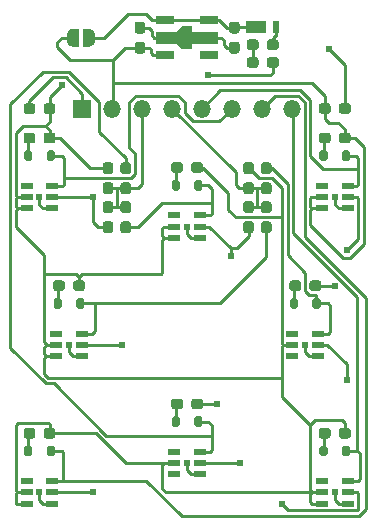
<source format=gbl>
G04 #@! TF.GenerationSoftware,KiCad,Pcbnew,(5.1.9-0-10_14)*
G04 #@! TF.CreationDate,2021-07-10T20:43:16+09:00*
G04 #@! TF.ProjectId,TouchController,546f7563-6843-46f6-9e74-726f6c6c6572,V1.0*
G04 #@! TF.SameCoordinates,Original*
G04 #@! TF.FileFunction,Copper,L2,Bot*
G04 #@! TF.FilePolarity,Positive*
%FSLAX46Y46*%
G04 Gerber Fmt 4.6, Leading zero omitted, Abs format (unit mm)*
G04 Created by KiCad (PCBNEW (5.1.9-0-10_14)) date 2021-07-10 20:43:16*
%MOMM*%
%LPD*%
G01*
G04 APERTURE LIST*
G04 #@! TA.AperFunction,SMDPad,CuDef*
%ADD10R,1.500000X0.700000*%
G04 #@! TD*
G04 #@! TA.AperFunction,SMDPad,CuDef*
%ADD11C,0.100000*%
G04 #@! TD*
G04 #@! TA.AperFunction,SMDPad,CuDef*
%ADD12R,1.060000X0.500000*%
G04 #@! TD*
G04 #@! TA.AperFunction,ComponentPad*
%ADD13R,1.500000X1.500000*%
G04 #@! TD*
G04 #@! TA.AperFunction,ComponentPad*
%ADD14O,1.500000X1.500000*%
G04 #@! TD*
G04 #@! TA.AperFunction,SMDPad,CuDef*
%ADD15R,0.600000X1.000000*%
G04 #@! TD*
G04 #@! TA.AperFunction,SMDPad,CuDef*
%ADD16R,1.800000X1.000000*%
G04 #@! TD*
G04 #@! TA.AperFunction,ViaPad*
%ADD17C,0.609600*%
G04 #@! TD*
G04 #@! TA.AperFunction,Conductor*
%ADD18C,0.254000*%
G04 #@! TD*
G04 APERTURE END LIST*
G04 #@! TA.AperFunction,SMDPad,CuDef*
G36*
G01*
X-600000Y-6225000D02*
X-600000Y-6775000D01*
G75*
G02*
X-775000Y-6950000I-175000J0D01*
G01*
X-1125000Y-6950000D01*
G75*
G02*
X-1300000Y-6775000I0J175000D01*
G01*
X-1300000Y-6225000D01*
G75*
G02*
X-1125000Y-6050000I175000J0D01*
G01*
X-775000Y-6050000D01*
G75*
G02*
X-600000Y-6225000I0J-175000D01*
G01*
G37*
G04 #@! TD.AperFunction*
G04 #@! TA.AperFunction,SMDPad,CuDef*
G36*
G01*
X1300000Y-6225000D02*
X1300000Y-6775000D01*
G75*
G02*
X1125000Y-6950000I-175000J0D01*
G01*
X775000Y-6950000D01*
G75*
G02*
X600000Y-6775000I0J175000D01*
G01*
X600000Y-6225000D01*
G75*
G02*
X775000Y-6050000I175000J0D01*
G01*
X1125000Y-6050000D01*
G75*
G02*
X1300000Y-6225000I0J-175000D01*
G01*
G37*
G04 #@! TD.AperFunction*
G04 #@! TA.AperFunction,SMDPad,CuDef*
G36*
G01*
X-10600000Y-16225000D02*
X-10600000Y-16775000D01*
G75*
G02*
X-10775000Y-16950000I-175000J0D01*
G01*
X-11125000Y-16950000D01*
G75*
G02*
X-11300000Y-16775000I0J175000D01*
G01*
X-11300000Y-16225000D01*
G75*
G02*
X-11125000Y-16050000I175000J0D01*
G01*
X-10775000Y-16050000D01*
G75*
G02*
X-10600000Y-16225000I0J-175000D01*
G01*
G37*
G04 #@! TD.AperFunction*
G04 #@! TA.AperFunction,SMDPad,CuDef*
G36*
G01*
X-8700000Y-16225000D02*
X-8700000Y-16775000D01*
G75*
G02*
X-8875000Y-16950000I-175000J0D01*
G01*
X-9225000Y-16950000D01*
G75*
G02*
X-9400000Y-16775000I0J175000D01*
G01*
X-9400000Y-16225000D01*
G75*
G02*
X-9225000Y-16050000I175000J0D01*
G01*
X-8875000Y-16050000D01*
G75*
G02*
X-8700000Y-16225000I0J-175000D01*
G01*
G37*
G04 #@! TD.AperFunction*
G04 #@! TA.AperFunction,SMDPad,CuDef*
G36*
G01*
X600000Y-26775000D02*
X600000Y-26225000D01*
G75*
G02*
X775000Y-26050000I175000J0D01*
G01*
X1125000Y-26050000D01*
G75*
G02*
X1300000Y-26225000I0J-175000D01*
G01*
X1300000Y-26775000D01*
G75*
G02*
X1125000Y-26950000I-175000J0D01*
G01*
X775000Y-26950000D01*
G75*
G02*
X600000Y-26775000I0J175000D01*
G01*
G37*
G04 #@! TD.AperFunction*
G04 #@! TA.AperFunction,SMDPad,CuDef*
G36*
G01*
X-1300000Y-26775000D02*
X-1300000Y-26225000D01*
G75*
G02*
X-1125000Y-26050000I175000J0D01*
G01*
X-775000Y-26050000D01*
G75*
G02*
X-600000Y-26225000I0J-175000D01*
G01*
X-600000Y-26775000D01*
G75*
G02*
X-775000Y-26950000I-175000J0D01*
G01*
X-1125000Y-26950000D01*
G75*
G02*
X-1300000Y-26775000I0J175000D01*
G01*
G37*
G04 #@! TD.AperFunction*
G04 #@! TA.AperFunction,SMDPad,CuDef*
G36*
G01*
X10600000Y-16775000D02*
X10600000Y-16225000D01*
G75*
G02*
X10775000Y-16050000I175000J0D01*
G01*
X11125000Y-16050000D01*
G75*
G02*
X11300000Y-16225000I0J-175000D01*
G01*
X11300000Y-16775000D01*
G75*
G02*
X11125000Y-16950000I-175000J0D01*
G01*
X10775000Y-16950000D01*
G75*
G02*
X10600000Y-16775000I0J175000D01*
G01*
G37*
G04 #@! TD.AperFunction*
G04 #@! TA.AperFunction,SMDPad,CuDef*
G36*
G01*
X8700000Y-16775000D02*
X8700000Y-16225000D01*
G75*
G02*
X8875000Y-16050000I175000J0D01*
G01*
X9225000Y-16050000D01*
G75*
G02*
X9400000Y-16225000I0J-175000D01*
G01*
X9400000Y-16775000D01*
G75*
G02*
X9225000Y-16950000I-175000J0D01*
G01*
X8875000Y-16950000D01*
G75*
G02*
X8700000Y-16775000I0J175000D01*
G01*
G37*
G04 #@! TD.AperFunction*
G04 #@! TA.AperFunction,SMDPad,CuDef*
G36*
G01*
X11900000Y-3725000D02*
X11900000Y-4275000D01*
G75*
G02*
X11725000Y-4450000I-175000J0D01*
G01*
X11375000Y-4450000D01*
G75*
G02*
X11200000Y-4275000I0J175000D01*
G01*
X11200000Y-3725000D01*
G75*
G02*
X11375000Y-3550000I175000J0D01*
G01*
X11725000Y-3550000D01*
G75*
G02*
X11900000Y-3725000I0J-175000D01*
G01*
G37*
G04 #@! TD.AperFunction*
G04 #@! TA.AperFunction,SMDPad,CuDef*
G36*
G01*
X13800000Y-3725000D02*
X13800000Y-4275000D01*
G75*
G02*
X13625000Y-4450000I-175000J0D01*
G01*
X13275000Y-4450000D01*
G75*
G02*
X13100000Y-4275000I0J175000D01*
G01*
X13100000Y-3725000D01*
G75*
G02*
X13275000Y-3550000I175000J0D01*
G01*
X13625000Y-3550000D01*
G75*
G02*
X13800000Y-3725000I0J-175000D01*
G01*
G37*
G04 #@! TD.AperFunction*
G04 #@! TA.AperFunction,SMDPad,CuDef*
G36*
G01*
X-13100000Y-3725000D02*
X-13100000Y-4275000D01*
G75*
G02*
X-13275000Y-4450000I-175000J0D01*
G01*
X-13625000Y-4450000D01*
G75*
G02*
X-13800000Y-4275000I0J175000D01*
G01*
X-13800000Y-3725000D01*
G75*
G02*
X-13625000Y-3550000I175000J0D01*
G01*
X-13275000Y-3550000D01*
G75*
G02*
X-13100000Y-3725000I0J-175000D01*
G01*
G37*
G04 #@! TD.AperFunction*
G04 #@! TA.AperFunction,SMDPad,CuDef*
G36*
G01*
X-11200000Y-3725000D02*
X-11200000Y-4275000D01*
G75*
G02*
X-11375000Y-4450000I-175000J0D01*
G01*
X-11725000Y-4450000D01*
G75*
G02*
X-11900000Y-4275000I0J175000D01*
G01*
X-11900000Y-3725000D01*
G75*
G02*
X-11725000Y-3550000I175000J0D01*
G01*
X-11375000Y-3550000D01*
G75*
G02*
X-11200000Y-3725000I0J-175000D01*
G01*
G37*
G04 #@! TD.AperFunction*
G04 #@! TA.AperFunction,SMDPad,CuDef*
G36*
G01*
X-13100000Y-28725000D02*
X-13100000Y-29275000D01*
G75*
G02*
X-13275000Y-29450000I-175000J0D01*
G01*
X-13625000Y-29450000D01*
G75*
G02*
X-13800000Y-29275000I0J175000D01*
G01*
X-13800000Y-28725000D01*
G75*
G02*
X-13625000Y-28550000I175000J0D01*
G01*
X-13275000Y-28550000D01*
G75*
G02*
X-13100000Y-28725000I0J-175000D01*
G01*
G37*
G04 #@! TD.AperFunction*
G04 #@! TA.AperFunction,SMDPad,CuDef*
G36*
G01*
X-11200000Y-28725000D02*
X-11200000Y-29275000D01*
G75*
G02*
X-11375000Y-29450000I-175000J0D01*
G01*
X-11725000Y-29450000D01*
G75*
G02*
X-11900000Y-29275000I0J175000D01*
G01*
X-11900000Y-28725000D01*
G75*
G02*
X-11725000Y-28550000I175000J0D01*
G01*
X-11375000Y-28550000D01*
G75*
G02*
X-11200000Y-28725000I0J-175000D01*
G01*
G37*
G04 #@! TD.AperFunction*
G04 #@! TA.AperFunction,SMDPad,CuDef*
G36*
G01*
X11900000Y-28725000D02*
X11900000Y-29275000D01*
G75*
G02*
X11725000Y-29450000I-175000J0D01*
G01*
X11375000Y-29450000D01*
G75*
G02*
X11200000Y-29275000I0J175000D01*
G01*
X11200000Y-28725000D01*
G75*
G02*
X11375000Y-28550000I175000J0D01*
G01*
X11725000Y-28550000D01*
G75*
G02*
X11900000Y-28725000I0J-175000D01*
G01*
G37*
G04 #@! TD.AperFunction*
G04 #@! TA.AperFunction,SMDPad,CuDef*
G36*
G01*
X13800000Y-28725000D02*
X13800000Y-29275000D01*
G75*
G02*
X13625000Y-29450000I-175000J0D01*
G01*
X13275000Y-29450000D01*
G75*
G02*
X13100000Y-29275000I0J175000D01*
G01*
X13100000Y-28725000D01*
G75*
G02*
X13275000Y-28550000I175000J0D01*
G01*
X13625000Y-28550000D01*
G75*
G02*
X13800000Y-28725000I0J-175000D01*
G01*
G37*
G04 #@! TD.AperFunction*
D10*
X-1850000Y7500000D03*
X-1850000Y4500000D03*
X1850000Y7500000D03*
X1850000Y4500000D03*
G04 #@! TA.AperFunction,SMDPad,CuDef*
D11*
G36*
X-900000Y5500000D02*
G01*
X-2600000Y5500000D01*
X-2600000Y6500000D01*
X-900000Y6500000D01*
X-400000Y7000000D01*
X400000Y7000000D01*
X400000Y6500000D01*
X2600000Y6500000D01*
X2600000Y5500000D01*
X400000Y5500000D01*
X400000Y5000000D01*
X-400000Y5000000D01*
X-900000Y5500000D01*
G37*
G04 #@! TD.AperFunction*
D12*
X-1100000Y-10000000D03*
X-1100000Y-9050000D03*
X-1100000Y-10950000D03*
X1100000Y-10950000D03*
X1100000Y-10000000D03*
X1100000Y-9050000D03*
X-11100000Y-20000000D03*
X-11100000Y-19050000D03*
X-11100000Y-20950000D03*
X-8900000Y-20950000D03*
X-8900000Y-20000000D03*
X-8900000Y-19050000D03*
X-1100000Y-30000000D03*
X-1100000Y-29050000D03*
X-1100000Y-30950000D03*
X1100000Y-30950000D03*
X1100000Y-30000000D03*
X1100000Y-29050000D03*
X8900000Y-20000000D03*
X8900000Y-19050000D03*
X8900000Y-20950000D03*
X11100000Y-20950000D03*
X11100000Y-20000000D03*
X11100000Y-19050000D03*
X11400000Y-7500000D03*
X11400000Y-6550000D03*
X11400000Y-8450000D03*
X13600000Y-8450000D03*
X13600000Y-7500000D03*
X13600000Y-6550000D03*
X-13600000Y-7500000D03*
X-13600000Y-6550000D03*
X-13600000Y-8450000D03*
X-11400000Y-8450000D03*
X-11400000Y-7500000D03*
X-11400000Y-6550000D03*
X-13600000Y-32500000D03*
X-13600000Y-31550000D03*
X-13600000Y-33450000D03*
X-11400000Y-33450000D03*
X-11400000Y-32500000D03*
X-11400000Y-31550000D03*
X11400000Y-32500000D03*
X11400000Y-31550000D03*
X11400000Y-33450000D03*
X13600000Y-33450000D03*
X13600000Y-32500000D03*
X13600000Y-31550000D03*
G04 #@! TA.AperFunction,SMDPad,CuDef*
G36*
G01*
X-6475000Y-10550000D02*
X-6925000Y-10550000D01*
G75*
G02*
X-7150000Y-10325000I0J225000D01*
G01*
X-7150000Y-9775000D01*
G75*
G02*
X-6925000Y-9550000I225000J0D01*
G01*
X-6475000Y-9550000D01*
G75*
G02*
X-6250000Y-9775000I0J-225000D01*
G01*
X-6250000Y-10325000D01*
G75*
G02*
X-6475000Y-10550000I-225000J0D01*
G01*
G37*
G04 #@! TD.AperFunction*
G04 #@! TA.AperFunction,SMDPad,CuDef*
G36*
G01*
X-6475000Y-8850000D02*
X-6925000Y-8850000D01*
G75*
G02*
X-7150000Y-8625000I0J225000D01*
G01*
X-7150000Y-8075000D01*
G75*
G02*
X-6925000Y-7850000I225000J0D01*
G01*
X-6475000Y-7850000D01*
G75*
G02*
X-6250000Y-8075000I0J-225000D01*
G01*
X-6250000Y-8625000D01*
G75*
G02*
X-6475000Y-8850000I-225000J0D01*
G01*
G37*
G04 #@! TD.AperFunction*
G04 #@! TA.AperFunction,SMDPad,CuDef*
G36*
G01*
X-6475000Y-7250000D02*
X-6925000Y-7250000D01*
G75*
G02*
X-7150000Y-7025000I0J225000D01*
G01*
X-7150000Y-6475000D01*
G75*
G02*
X-6925000Y-6250000I225000J0D01*
G01*
X-6475000Y-6250000D01*
G75*
G02*
X-6250000Y-6475000I0J-225000D01*
G01*
X-6250000Y-7025000D01*
G75*
G02*
X-6475000Y-7250000I-225000J0D01*
G01*
G37*
G04 #@! TD.AperFunction*
G04 #@! TA.AperFunction,SMDPad,CuDef*
G36*
G01*
X-6475000Y-5550000D02*
X-6925000Y-5550000D01*
G75*
G02*
X-7150000Y-5325000I0J225000D01*
G01*
X-7150000Y-4775000D01*
G75*
G02*
X-6925000Y-4550000I225000J0D01*
G01*
X-6475000Y-4550000D01*
G75*
G02*
X-6250000Y-4775000I0J-225000D01*
G01*
X-6250000Y-5325000D01*
G75*
G02*
X-6475000Y-5550000I-225000J0D01*
G01*
G37*
G04 #@! TD.AperFunction*
G04 #@! TA.AperFunction,SMDPad,CuDef*
G36*
G01*
X-4975000Y-10550000D02*
X-5425000Y-10550000D01*
G75*
G02*
X-5650000Y-10325000I0J225000D01*
G01*
X-5650000Y-9775000D01*
G75*
G02*
X-5425000Y-9550000I225000J0D01*
G01*
X-4975000Y-9550000D01*
G75*
G02*
X-4750000Y-9775000I0J-225000D01*
G01*
X-4750000Y-10325000D01*
G75*
G02*
X-4975000Y-10550000I-225000J0D01*
G01*
G37*
G04 #@! TD.AperFunction*
G04 #@! TA.AperFunction,SMDPad,CuDef*
G36*
G01*
X-4975000Y-8850000D02*
X-5425000Y-8850000D01*
G75*
G02*
X-5650000Y-8625000I0J225000D01*
G01*
X-5650000Y-8075000D01*
G75*
G02*
X-5425000Y-7850000I225000J0D01*
G01*
X-4975000Y-7850000D01*
G75*
G02*
X-4750000Y-8075000I0J-225000D01*
G01*
X-4750000Y-8625000D01*
G75*
G02*
X-4975000Y-8850000I-225000J0D01*
G01*
G37*
G04 #@! TD.AperFunction*
G04 #@! TA.AperFunction,SMDPad,CuDef*
G36*
G01*
X-4975000Y-7250000D02*
X-5425000Y-7250000D01*
G75*
G02*
X-5650000Y-7025000I0J225000D01*
G01*
X-5650000Y-6475000D01*
G75*
G02*
X-5425000Y-6250000I225000J0D01*
G01*
X-4975000Y-6250000D01*
G75*
G02*
X-4750000Y-6475000I0J-225000D01*
G01*
X-4750000Y-7025000D01*
G75*
G02*
X-4975000Y-7250000I-225000J0D01*
G01*
G37*
G04 #@! TD.AperFunction*
G04 #@! TA.AperFunction,SMDPad,CuDef*
G36*
G01*
X-4975000Y-5550000D02*
X-5425000Y-5550000D01*
G75*
G02*
X-5650000Y-5325000I0J225000D01*
G01*
X-5650000Y-4775000D01*
G75*
G02*
X-5425000Y-4550000I225000J0D01*
G01*
X-4975000Y-4550000D01*
G75*
G02*
X-4750000Y-4775000I0J-225000D01*
G01*
X-4750000Y-5325000D01*
G75*
G02*
X-4975000Y-5550000I-225000J0D01*
G01*
G37*
G04 #@! TD.AperFunction*
G04 #@! TA.AperFunction,SMDPad,CuDef*
G36*
G01*
X5425000Y-10550000D02*
X4975000Y-10550000D01*
G75*
G02*
X4750000Y-10325000I0J225000D01*
G01*
X4750000Y-9775000D01*
G75*
G02*
X4975000Y-9550000I225000J0D01*
G01*
X5425000Y-9550000D01*
G75*
G02*
X5650000Y-9775000I0J-225000D01*
G01*
X5650000Y-10325000D01*
G75*
G02*
X5425000Y-10550000I-225000J0D01*
G01*
G37*
G04 #@! TD.AperFunction*
G04 #@! TA.AperFunction,SMDPad,CuDef*
G36*
G01*
X5425000Y-8850000D02*
X4975000Y-8850000D01*
G75*
G02*
X4750000Y-8625000I0J225000D01*
G01*
X4750000Y-8075000D01*
G75*
G02*
X4975000Y-7850000I225000J0D01*
G01*
X5425000Y-7850000D01*
G75*
G02*
X5650000Y-8075000I0J-225000D01*
G01*
X5650000Y-8625000D01*
G75*
G02*
X5425000Y-8850000I-225000J0D01*
G01*
G37*
G04 #@! TD.AperFunction*
G04 #@! TA.AperFunction,SMDPad,CuDef*
G36*
G01*
X5425000Y-7250000D02*
X4975000Y-7250000D01*
G75*
G02*
X4750000Y-7025000I0J225000D01*
G01*
X4750000Y-6475000D01*
G75*
G02*
X4975000Y-6250000I225000J0D01*
G01*
X5425000Y-6250000D01*
G75*
G02*
X5650000Y-6475000I0J-225000D01*
G01*
X5650000Y-7025000D01*
G75*
G02*
X5425000Y-7250000I-225000J0D01*
G01*
G37*
G04 #@! TD.AperFunction*
G04 #@! TA.AperFunction,SMDPad,CuDef*
G36*
G01*
X5425000Y-5550000D02*
X4975000Y-5550000D01*
G75*
G02*
X4750000Y-5325000I0J225000D01*
G01*
X4750000Y-4775000D01*
G75*
G02*
X4975000Y-4550000I225000J0D01*
G01*
X5425000Y-4550000D01*
G75*
G02*
X5650000Y-4775000I0J-225000D01*
G01*
X5650000Y-5325000D01*
G75*
G02*
X5425000Y-5550000I-225000J0D01*
G01*
G37*
G04 #@! TD.AperFunction*
G04 #@! TA.AperFunction,SMDPad,CuDef*
G36*
G01*
X6925000Y-10550000D02*
X6475000Y-10550000D01*
G75*
G02*
X6250000Y-10325000I0J225000D01*
G01*
X6250000Y-9775000D01*
G75*
G02*
X6475000Y-9550000I225000J0D01*
G01*
X6925000Y-9550000D01*
G75*
G02*
X7150000Y-9775000I0J-225000D01*
G01*
X7150000Y-10325000D01*
G75*
G02*
X6925000Y-10550000I-225000J0D01*
G01*
G37*
G04 #@! TD.AperFunction*
G04 #@! TA.AperFunction,SMDPad,CuDef*
G36*
G01*
X6925000Y-8850000D02*
X6475000Y-8850000D01*
G75*
G02*
X6250000Y-8625000I0J225000D01*
G01*
X6250000Y-8075000D01*
G75*
G02*
X6475000Y-7850000I225000J0D01*
G01*
X6925000Y-7850000D01*
G75*
G02*
X7150000Y-8075000I0J-225000D01*
G01*
X7150000Y-8625000D01*
G75*
G02*
X6925000Y-8850000I-225000J0D01*
G01*
G37*
G04 #@! TD.AperFunction*
G04 #@! TA.AperFunction,SMDPad,CuDef*
G36*
G01*
X6925000Y-7250000D02*
X6475000Y-7250000D01*
G75*
G02*
X6250000Y-7025000I0J225000D01*
G01*
X6250000Y-6475000D01*
G75*
G02*
X6475000Y-6250000I225000J0D01*
G01*
X6925000Y-6250000D01*
G75*
G02*
X7150000Y-6475000I0J-225000D01*
G01*
X7150000Y-7025000D01*
G75*
G02*
X6925000Y-7250000I-225000J0D01*
G01*
G37*
G04 #@! TD.AperFunction*
G04 #@! TA.AperFunction,SMDPad,CuDef*
G36*
G01*
X6925000Y-5550000D02*
X6475000Y-5550000D01*
G75*
G02*
X6250000Y-5325000I0J225000D01*
G01*
X6250000Y-4775000D01*
G75*
G02*
X6475000Y-4550000I225000J0D01*
G01*
X6925000Y-4550000D01*
G75*
G02*
X7150000Y-4775000I0J-225000D01*
G01*
X7150000Y-5325000D01*
G75*
G02*
X6925000Y-5550000I-225000J0D01*
G01*
G37*
G04 #@! TD.AperFunction*
G04 #@! TA.AperFunction,SMDPad,CuDef*
G36*
G01*
X1350000Y-4775000D02*
X1350000Y-5225000D01*
G75*
G02*
X1125000Y-5450000I-225000J0D01*
G01*
X575000Y-5450000D01*
G75*
G02*
X350000Y-5225000I0J225000D01*
G01*
X350000Y-4775000D01*
G75*
G02*
X575000Y-4550000I225000J0D01*
G01*
X1125000Y-4550000D01*
G75*
G02*
X1350000Y-4775000I0J-225000D01*
G01*
G37*
G04 #@! TD.AperFunction*
G04 #@! TA.AperFunction,SMDPad,CuDef*
G36*
G01*
X-350000Y-4775000D02*
X-350000Y-5225000D01*
G75*
G02*
X-575000Y-5450000I-225000J0D01*
G01*
X-1125000Y-5450000D01*
G75*
G02*
X-1350000Y-5225000I0J225000D01*
G01*
X-1350000Y-4775000D01*
G75*
G02*
X-1125000Y-4550000I225000J0D01*
G01*
X-575000Y-4550000D01*
G75*
G02*
X-350000Y-4775000I0J-225000D01*
G01*
G37*
G04 #@! TD.AperFunction*
G04 #@! TA.AperFunction,SMDPad,CuDef*
G36*
G01*
X-8650000Y-14775000D02*
X-8650000Y-15225000D01*
G75*
G02*
X-8875000Y-15450000I-225000J0D01*
G01*
X-9425000Y-15450000D01*
G75*
G02*
X-9650000Y-15225000I0J225000D01*
G01*
X-9650000Y-14775000D01*
G75*
G02*
X-9425000Y-14550000I225000J0D01*
G01*
X-8875000Y-14550000D01*
G75*
G02*
X-8650000Y-14775000I0J-225000D01*
G01*
G37*
G04 #@! TD.AperFunction*
G04 #@! TA.AperFunction,SMDPad,CuDef*
G36*
G01*
X-10350000Y-14775000D02*
X-10350000Y-15225000D01*
G75*
G02*
X-10575000Y-15450000I-225000J0D01*
G01*
X-11125000Y-15450000D01*
G75*
G02*
X-11350000Y-15225000I0J225000D01*
G01*
X-11350000Y-14775000D01*
G75*
G02*
X-11125000Y-14550000I225000J0D01*
G01*
X-10575000Y-14550000D01*
G75*
G02*
X-10350000Y-14775000I0J-225000D01*
G01*
G37*
G04 #@! TD.AperFunction*
G04 #@! TA.AperFunction,SMDPad,CuDef*
G36*
G01*
X1350000Y-24775000D02*
X1350000Y-25225000D01*
G75*
G02*
X1125000Y-25450000I-225000J0D01*
G01*
X575000Y-25450000D01*
G75*
G02*
X350000Y-25225000I0J225000D01*
G01*
X350000Y-24775000D01*
G75*
G02*
X575000Y-24550000I225000J0D01*
G01*
X1125000Y-24550000D01*
G75*
G02*
X1350000Y-24775000I0J-225000D01*
G01*
G37*
G04 #@! TD.AperFunction*
G04 #@! TA.AperFunction,SMDPad,CuDef*
G36*
G01*
X-350000Y-24775000D02*
X-350000Y-25225000D01*
G75*
G02*
X-575000Y-25450000I-225000J0D01*
G01*
X-1125000Y-25450000D01*
G75*
G02*
X-1350000Y-25225000I0J225000D01*
G01*
X-1350000Y-24775000D01*
G75*
G02*
X-1125000Y-24550000I225000J0D01*
G01*
X-575000Y-24550000D01*
G75*
G02*
X-350000Y-24775000I0J-225000D01*
G01*
G37*
G04 #@! TD.AperFunction*
G04 #@! TA.AperFunction,SMDPad,CuDef*
G36*
G01*
X11350000Y-14775000D02*
X11350000Y-15225000D01*
G75*
G02*
X11125000Y-15450000I-225000J0D01*
G01*
X10575000Y-15450000D01*
G75*
G02*
X10350000Y-15225000I0J225000D01*
G01*
X10350000Y-14775000D01*
G75*
G02*
X10575000Y-14550000I225000J0D01*
G01*
X11125000Y-14550000D01*
G75*
G02*
X11350000Y-14775000I0J-225000D01*
G01*
G37*
G04 #@! TD.AperFunction*
G04 #@! TA.AperFunction,SMDPad,CuDef*
G36*
G01*
X9650000Y-14775000D02*
X9650000Y-15225000D01*
G75*
G02*
X9425000Y-15450000I-225000J0D01*
G01*
X8875000Y-15450000D01*
G75*
G02*
X8650000Y-15225000I0J225000D01*
G01*
X8650000Y-14775000D01*
G75*
G02*
X8875000Y-14550000I225000J0D01*
G01*
X9425000Y-14550000D01*
G75*
G02*
X9650000Y-14775000I0J-225000D01*
G01*
G37*
G04 #@! TD.AperFunction*
G04 #@! TA.AperFunction,SMDPad,CuDef*
G36*
G01*
X13850000Y-2275000D02*
X13850000Y-2725000D01*
G75*
G02*
X13625000Y-2950000I-225000J0D01*
G01*
X13075000Y-2950000D01*
G75*
G02*
X12850000Y-2725000I0J225000D01*
G01*
X12850000Y-2275000D01*
G75*
G02*
X13075000Y-2050000I225000J0D01*
G01*
X13625000Y-2050000D01*
G75*
G02*
X13850000Y-2275000I0J-225000D01*
G01*
G37*
G04 #@! TD.AperFunction*
G04 #@! TA.AperFunction,SMDPad,CuDef*
G36*
G01*
X12150000Y-2275000D02*
X12150000Y-2725000D01*
G75*
G02*
X11925000Y-2950000I-225000J0D01*
G01*
X11375000Y-2950000D01*
G75*
G02*
X11150000Y-2725000I0J225000D01*
G01*
X11150000Y-2275000D01*
G75*
G02*
X11375000Y-2050000I225000J0D01*
G01*
X11925000Y-2050000D01*
G75*
G02*
X12150000Y-2275000I0J-225000D01*
G01*
G37*
G04 #@! TD.AperFunction*
G04 #@! TA.AperFunction,SMDPad,CuDef*
G36*
G01*
X-11150000Y-2275000D02*
X-11150000Y-2725000D01*
G75*
G02*
X-11375000Y-2950000I-225000J0D01*
G01*
X-11925000Y-2950000D01*
G75*
G02*
X-12150000Y-2725000I0J225000D01*
G01*
X-12150000Y-2275000D01*
G75*
G02*
X-11925000Y-2050000I225000J0D01*
G01*
X-11375000Y-2050000D01*
G75*
G02*
X-11150000Y-2275000I0J-225000D01*
G01*
G37*
G04 #@! TD.AperFunction*
G04 #@! TA.AperFunction,SMDPad,CuDef*
G36*
G01*
X-12850000Y-2275000D02*
X-12850000Y-2725000D01*
G75*
G02*
X-13075000Y-2950000I-225000J0D01*
G01*
X-13625000Y-2950000D01*
G75*
G02*
X-13850000Y-2725000I0J225000D01*
G01*
X-13850000Y-2275000D01*
G75*
G02*
X-13625000Y-2050000I225000J0D01*
G01*
X-13075000Y-2050000D01*
G75*
G02*
X-12850000Y-2275000I0J-225000D01*
G01*
G37*
G04 #@! TD.AperFunction*
G04 #@! TA.AperFunction,SMDPad,CuDef*
G36*
G01*
X-11150000Y-27275000D02*
X-11150000Y-27725000D01*
G75*
G02*
X-11375000Y-27950000I-225000J0D01*
G01*
X-11925000Y-27950000D01*
G75*
G02*
X-12150000Y-27725000I0J225000D01*
G01*
X-12150000Y-27275000D01*
G75*
G02*
X-11925000Y-27050000I225000J0D01*
G01*
X-11375000Y-27050000D01*
G75*
G02*
X-11150000Y-27275000I0J-225000D01*
G01*
G37*
G04 #@! TD.AperFunction*
G04 #@! TA.AperFunction,SMDPad,CuDef*
G36*
G01*
X-12850000Y-27275000D02*
X-12850000Y-27725000D01*
G75*
G02*
X-13075000Y-27950000I-225000J0D01*
G01*
X-13625000Y-27950000D01*
G75*
G02*
X-13850000Y-27725000I0J225000D01*
G01*
X-13850000Y-27275000D01*
G75*
G02*
X-13625000Y-27050000I225000J0D01*
G01*
X-13075000Y-27050000D01*
G75*
G02*
X-12850000Y-27275000I0J-225000D01*
G01*
G37*
G04 #@! TD.AperFunction*
G04 #@! TA.AperFunction,SMDPad,CuDef*
G36*
G01*
X13850000Y-27275000D02*
X13850000Y-27725000D01*
G75*
G02*
X13625000Y-27950000I-225000J0D01*
G01*
X13075000Y-27950000D01*
G75*
G02*
X12850000Y-27725000I0J225000D01*
G01*
X12850000Y-27275000D01*
G75*
G02*
X13075000Y-27050000I225000J0D01*
G01*
X13625000Y-27050000D01*
G75*
G02*
X13850000Y-27275000I0J-225000D01*
G01*
G37*
G04 #@! TD.AperFunction*
G04 #@! TA.AperFunction,SMDPad,CuDef*
G36*
G01*
X12150000Y-27275000D02*
X12150000Y-27725000D01*
G75*
G02*
X11925000Y-27950000I-225000J0D01*
G01*
X11375000Y-27950000D01*
G75*
G02*
X11150000Y-27725000I0J225000D01*
G01*
X11150000Y-27275000D01*
G75*
G02*
X11375000Y-27050000I225000J0D01*
G01*
X11925000Y-27050000D01*
G75*
G02*
X12150000Y-27275000I0J-225000D01*
G01*
G37*
G04 #@! TD.AperFunction*
G04 #@! TA.AperFunction,SMDPad,CuDef*
G36*
G01*
X5050000Y5175000D02*
X5050000Y5625000D01*
G75*
G02*
X5275000Y5850000I225000J0D01*
G01*
X5825000Y5850000D01*
G75*
G02*
X6050000Y5625000I0J-225000D01*
G01*
X6050000Y5175000D01*
G75*
G02*
X5825000Y4950000I-225000J0D01*
G01*
X5275000Y4950000D01*
G75*
G02*
X5050000Y5175000I0J225000D01*
G01*
G37*
G04 #@! TD.AperFunction*
G04 #@! TA.AperFunction,SMDPad,CuDef*
G36*
G01*
X6750000Y5175000D02*
X6750000Y5625000D01*
G75*
G02*
X6975000Y5850000I225000J0D01*
G01*
X7525000Y5850000D01*
G75*
G02*
X7750000Y5625000I0J-225000D01*
G01*
X7750000Y5175000D01*
G75*
G02*
X7525000Y4950000I-225000J0D01*
G01*
X6975000Y4950000D01*
G75*
G02*
X6750000Y5175000I0J225000D01*
G01*
G37*
G04 #@! TD.AperFunction*
G04 #@! TA.AperFunction,SMDPad,CuDef*
D11*
G36*
X-8825000Y6750000D02*
G01*
X-8325000Y6750000D01*
X-8325000Y6749398D01*
X-8300466Y6749398D01*
X-8251635Y6744588D01*
X-8203510Y6735016D01*
X-8156555Y6720772D01*
X-8111222Y6701995D01*
X-8067949Y6678864D01*
X-8027150Y6651604D01*
X-7989221Y6620476D01*
X-7954524Y6585779D01*
X-7923396Y6547850D01*
X-7896136Y6507051D01*
X-7873005Y6463778D01*
X-7854228Y6418445D01*
X-7839984Y6371490D01*
X-7830412Y6323365D01*
X-7825602Y6274534D01*
X-7825602Y6250000D01*
X-7825000Y6250000D01*
X-7825000Y5750000D01*
X-7825602Y5750000D01*
X-7825602Y5725466D01*
X-7830412Y5676635D01*
X-7839984Y5628510D01*
X-7854228Y5581555D01*
X-7873005Y5536222D01*
X-7896136Y5492949D01*
X-7923396Y5452150D01*
X-7954524Y5414221D01*
X-7989221Y5379524D01*
X-8027150Y5348396D01*
X-8067949Y5321136D01*
X-8111222Y5298005D01*
X-8156555Y5279228D01*
X-8203510Y5264984D01*
X-8251635Y5255412D01*
X-8300466Y5250602D01*
X-8325000Y5250602D01*
X-8325000Y5250000D01*
X-8825000Y5250000D01*
X-8825000Y6750000D01*
G37*
G04 #@! TD.AperFunction*
G04 #@! TA.AperFunction,SMDPad,CuDef*
G36*
X-9675000Y5250602D02*
G01*
X-9699534Y5250602D01*
X-9748365Y5255412D01*
X-9796490Y5264984D01*
X-9843445Y5279228D01*
X-9888778Y5298005D01*
X-9932051Y5321136D01*
X-9972850Y5348396D01*
X-10010779Y5379524D01*
X-10045476Y5414221D01*
X-10076604Y5452150D01*
X-10103864Y5492949D01*
X-10126995Y5536222D01*
X-10145772Y5581555D01*
X-10160016Y5628510D01*
X-10169588Y5676635D01*
X-10174398Y5725466D01*
X-10174398Y5750000D01*
X-10175000Y5750000D01*
X-10175000Y6250000D01*
X-10174398Y6250000D01*
X-10174398Y6274534D01*
X-10169588Y6323365D01*
X-10160016Y6371490D01*
X-10145772Y6418445D01*
X-10126995Y6463778D01*
X-10103864Y6507051D01*
X-10076604Y6547850D01*
X-10045476Y6585779D01*
X-10010779Y6620476D01*
X-9972850Y6651604D01*
X-9932051Y6678864D01*
X-9888778Y6701995D01*
X-9843445Y6720772D01*
X-9796490Y6735016D01*
X-9748365Y6744588D01*
X-9699534Y6749398D01*
X-9675000Y6749398D01*
X-9675000Y6750000D01*
X-9175000Y6750000D01*
X-9175000Y5250000D01*
X-9675000Y5250000D01*
X-9675000Y5250602D01*
G37*
G04 #@! TD.AperFunction*
D13*
X-8890000Y0D03*
D14*
X-6350000Y0D03*
X-3810000Y0D03*
X-1270000Y0D03*
X1270000Y0D03*
X3810000Y0D03*
X6350000Y0D03*
X8890000Y0D03*
G04 #@! TA.AperFunction,SMDPad,CuDef*
G36*
G01*
X5050000Y3675000D02*
X5050000Y4125000D01*
G75*
G02*
X5275000Y4350000I225000J0D01*
G01*
X5825000Y4350000D01*
G75*
G02*
X6050000Y4125000I0J-225000D01*
G01*
X6050000Y3675000D01*
G75*
G02*
X5825000Y3450000I-225000J0D01*
G01*
X5275000Y3450000D01*
G75*
G02*
X5050000Y3675000I0J225000D01*
G01*
G37*
G04 #@! TD.AperFunction*
G04 #@! TA.AperFunction,SMDPad,CuDef*
G36*
G01*
X6750000Y3675000D02*
X6750000Y4125000D01*
G75*
G02*
X6975000Y4350000I225000J0D01*
G01*
X7525000Y4350000D01*
G75*
G02*
X7750000Y4125000I0J-225000D01*
G01*
X7750000Y3675000D01*
G75*
G02*
X7525000Y3450000I-225000J0D01*
G01*
X6975000Y3450000D01*
G75*
G02*
X6750000Y3675000I0J225000D01*
G01*
G37*
G04 #@! TD.AperFunction*
D15*
X7550000Y6900000D03*
D16*
X5850000Y6900000D03*
G04 #@! TA.AperFunction,SMDPad,CuDef*
G36*
G01*
X-3775000Y4650000D02*
X-4225000Y4650000D01*
G75*
G02*
X-4450000Y4875000I0J225000D01*
G01*
X-4450000Y5425000D01*
G75*
G02*
X-4225000Y5650000I225000J0D01*
G01*
X-3775000Y5650000D01*
G75*
G02*
X-3550000Y5425000I0J-225000D01*
G01*
X-3550000Y4875000D01*
G75*
G02*
X-3775000Y4650000I-225000J0D01*
G01*
G37*
G04 #@! TD.AperFunction*
G04 #@! TA.AperFunction,SMDPad,CuDef*
G36*
G01*
X-3775000Y6350000D02*
X-4225000Y6350000D01*
G75*
G02*
X-4450000Y6575000I0J225000D01*
G01*
X-4450000Y7125000D01*
G75*
G02*
X-4225000Y7350000I225000J0D01*
G01*
X-3775000Y7350000D01*
G75*
G02*
X-3550000Y7125000I0J-225000D01*
G01*
X-3550000Y6575000D01*
G75*
G02*
X-3775000Y6350000I-225000J0D01*
G01*
G37*
G04 #@! TD.AperFunction*
G04 #@! TA.AperFunction,SMDPad,CuDef*
G36*
G01*
X3775000Y7350000D02*
X4225000Y7350000D01*
G75*
G02*
X4450000Y7125000I0J-225000D01*
G01*
X4450000Y6575000D01*
G75*
G02*
X4225000Y6350000I-225000J0D01*
G01*
X3775000Y6350000D01*
G75*
G02*
X3550000Y6575000I0J225000D01*
G01*
X3550000Y7125000D01*
G75*
G02*
X3775000Y7350000I225000J0D01*
G01*
G37*
G04 #@! TD.AperFunction*
G04 #@! TA.AperFunction,SMDPad,CuDef*
G36*
G01*
X3775000Y5650000D02*
X4225000Y5650000D01*
G75*
G02*
X4450000Y5425000I0J-225000D01*
G01*
X4450000Y4875000D01*
G75*
G02*
X4225000Y4650000I-225000J0D01*
G01*
X3775000Y4650000D01*
G75*
G02*
X3550000Y4875000I0J225000D01*
G01*
X3550000Y5425000D01*
G75*
G02*
X3775000Y5650000I225000J0D01*
G01*
G37*
G04 #@! TD.AperFunction*
G04 #@! TA.AperFunction,SMDPad,CuDef*
G36*
G01*
X-11150000Y225000D02*
X-11150000Y-225000D01*
G75*
G02*
X-11375000Y-450000I-225000J0D01*
G01*
X-11925000Y-450000D01*
G75*
G02*
X-12150000Y-225000I0J225000D01*
G01*
X-12150000Y225000D01*
G75*
G02*
X-11925000Y450000I225000J0D01*
G01*
X-11375000Y450000D01*
G75*
G02*
X-11150000Y225000I0J-225000D01*
G01*
G37*
G04 #@! TD.AperFunction*
G04 #@! TA.AperFunction,SMDPad,CuDef*
G36*
G01*
X-12850000Y225000D02*
X-12850000Y-225000D01*
G75*
G02*
X-13075000Y-450000I-225000J0D01*
G01*
X-13625000Y-450000D01*
G75*
G02*
X-13850000Y-225000I0J225000D01*
G01*
X-13850000Y225000D01*
G75*
G02*
X-13625000Y450000I225000J0D01*
G01*
X-13075000Y450000D01*
G75*
G02*
X-12850000Y225000I0J-225000D01*
G01*
G37*
G04 #@! TD.AperFunction*
G04 #@! TA.AperFunction,SMDPad,CuDef*
G36*
G01*
X11150000Y-225000D02*
X11150000Y225000D01*
G75*
G02*
X11375000Y450000I225000J0D01*
G01*
X11925000Y450000D01*
G75*
G02*
X12150000Y225000I0J-225000D01*
G01*
X12150000Y-225000D01*
G75*
G02*
X11925000Y-450000I-225000J0D01*
G01*
X11375000Y-450000D01*
G75*
G02*
X11150000Y-225000I0J225000D01*
G01*
G37*
G04 #@! TD.AperFunction*
G04 #@! TA.AperFunction,SMDPad,CuDef*
G36*
G01*
X12850000Y-225000D02*
X12850000Y225000D01*
G75*
G02*
X13075000Y450000I225000J0D01*
G01*
X13625000Y450000D01*
G75*
G02*
X13850000Y225000I0J-225000D01*
G01*
X13850000Y-225000D01*
G75*
G02*
X13625000Y-450000I-225000J0D01*
G01*
X13075000Y-450000D01*
G75*
G02*
X12850000Y-225000I0J225000D01*
G01*
G37*
G04 #@! TD.AperFunction*
D17*
X-10600000Y2000000D03*
X8000000Y-33500000D03*
X4500000Y-30000000D03*
X-8000000Y-32500000D03*
X-5500000Y-20000000D03*
X-8000000Y-7500000D03*
X13500000Y-12000000D03*
X13500000Y-23000000D03*
X2500000Y-25000000D03*
X12500000Y-15000000D03*
X3700000Y-12500000D03*
X12000000Y5000000D03*
X1800000Y2800000D03*
X12500000Y-32500000D03*
X-12500000Y-32500000D03*
X-12500000Y-7500000D03*
X12500000Y-7500000D03*
X10000000Y-20000000D03*
X0Y-30000000D03*
X-10000000Y-20000000D03*
X0Y-10000000D03*
D18*
X-13600000Y-33450000D02*
X-14450000Y-33450000D01*
X-14450000Y-33450000D02*
X-14500000Y-33400000D01*
X-14500000Y-33400000D02*
X-14500000Y-32600000D01*
X-14400000Y-32500000D02*
X-14500000Y-32600000D01*
X-13600000Y-32500000D02*
X-14400000Y-32500000D01*
X-11650000Y-27500000D02*
X-11650000Y-26750000D01*
X-11650000Y-26750000D02*
X-11800000Y-26600000D01*
X-11800000Y-26600000D02*
X-14300000Y-26600000D01*
X-14400000Y-32500000D02*
X-14500000Y-32400000D01*
X-14500000Y-26800000D02*
X-14300000Y-26600000D01*
X-14500000Y-32400000D02*
X-14500000Y-26800000D01*
X-11650000Y-27500000D02*
X-7700000Y-27500000D01*
X-5200000Y-30000000D02*
X-1100000Y-30000000D01*
X-7700000Y-27500000D02*
X-5200000Y-30000000D01*
X-1100000Y-30000000D02*
X-1900000Y-30000000D01*
X-1900000Y-30000000D02*
X-2100000Y-30200000D01*
X-2100000Y-30200000D02*
X-2100000Y-32200000D01*
X-1800000Y-32500000D02*
X-2100000Y-32200000D01*
X11400000Y-33450000D02*
X10550000Y-33450000D01*
X10550000Y-33450000D02*
X10400000Y-33300000D01*
X10400000Y-33300000D02*
X10400000Y-32700000D01*
X10600000Y-32500000D02*
X-1800000Y-32500000D01*
X10400000Y-32700000D02*
X10600000Y-32500000D01*
X11400000Y-32500000D02*
X10600000Y-32500000D01*
X10400000Y-32300000D02*
X10600000Y-32500000D01*
X10400000Y-26800000D02*
X10400000Y-32300000D01*
X13100000Y-26400000D02*
X10800000Y-26400000D01*
X13350000Y-26650000D02*
X13100000Y-26400000D01*
X10800000Y-26400000D02*
X10400000Y-26800000D01*
X13350000Y-27500000D02*
X13350000Y-26650000D01*
X8900000Y-20000000D02*
X8100000Y-20000000D01*
X8100000Y-20000000D02*
X8000000Y-20100000D01*
X8000000Y-24400000D02*
X10400000Y-26800000D01*
X-11100000Y-20000000D02*
X-11900000Y-20000000D01*
X-11100000Y-20950000D02*
X-11950000Y-20950000D01*
X-11950000Y-20950000D02*
X-12100000Y-20800000D01*
X-12100000Y-20200000D02*
X-11900000Y-20000000D01*
X-12100000Y-20800000D02*
X-12100000Y-20200000D01*
X8000000Y-20100000D02*
X8000000Y-22800000D01*
X-12100000Y-22500000D02*
X-11800000Y-22800000D01*
X-12100000Y-21100000D02*
X-12100000Y-22500000D01*
X-11950000Y-20950000D02*
X-12100000Y-21100000D01*
X-11800000Y-22800000D02*
X8000000Y-22800000D01*
X8000000Y-22800000D02*
X8000000Y-24400000D01*
X-13600000Y-8450000D02*
X-14350000Y-8450000D01*
X-14350000Y-8450000D02*
X-14500000Y-8300000D01*
X-14500000Y-8300000D02*
X-14500000Y-7600000D01*
X-14400000Y-7500000D02*
X-14500000Y-7600000D01*
X-13600000Y-7500000D02*
X-14400000Y-7500000D01*
X-14500000Y-10000000D02*
X-12100000Y-12400000D01*
X-12100000Y-19800000D02*
X-11900000Y-20000000D01*
X-14500000Y-8600000D02*
X-14500000Y-10000000D01*
X-14350000Y-8450000D02*
X-14500000Y-8600000D01*
X-9150000Y-15000000D02*
X-9150000Y-14250000D01*
X-9150000Y-14250000D02*
X-9400000Y-14000000D01*
X-9400000Y-14000000D02*
X-12100000Y-14000000D01*
X-12100000Y-14000000D02*
X-12100000Y-19800000D01*
X-12100000Y-12400000D02*
X-12100000Y-14000000D01*
X-1100000Y-10950000D02*
X-1950000Y-10950000D01*
X-1950000Y-10950000D02*
X-2100000Y-10800000D01*
X-2100000Y-10800000D02*
X-2100000Y-10100000D01*
X-2000000Y-10000000D02*
X-2100000Y-10100000D01*
X-1100000Y-10000000D02*
X-2000000Y-10000000D01*
X-8900000Y-14000000D02*
X-9150000Y-14250000D01*
X-2100000Y-11100000D02*
X-2100000Y-13900000D01*
X-2200000Y-14000000D02*
X-8900000Y-14000000D01*
X-2100000Y-13900000D02*
X-2200000Y-14000000D01*
X-1950000Y-10950000D02*
X-2100000Y-11100000D01*
X5200000Y-5050000D02*
X6069790Y-5919790D01*
X8000000Y-19900000D02*
X8100000Y-20000000D01*
X7154978Y-5919790D02*
X8000000Y-6764812D01*
X6069790Y-5919790D02*
X7154978Y-5919790D01*
X11400000Y-7500000D02*
X10527411Y-7500000D01*
X10527411Y-7500000D02*
X10427411Y-7600000D01*
X11400000Y-8450000D02*
X10577411Y-8450000D01*
X10427411Y-8300000D02*
X10427411Y-7600000D01*
X10577411Y-8450000D02*
X10427411Y-8300000D01*
X10550000Y-8450000D02*
X10427411Y-8572589D01*
X10577411Y-8450000D02*
X10550000Y-8450000D01*
X14957210Y-11482592D02*
X14957210Y-3257210D01*
X13804801Y-12635001D02*
X14957210Y-11482592D01*
X10427411Y-9867213D02*
X13195199Y-12635001D01*
X13195199Y-12635001D02*
X13804801Y-12635001D01*
X10427411Y-8572589D02*
X10427411Y-9867213D01*
X14200000Y-2500000D02*
X13350000Y-2500000D01*
X14957210Y-3257210D02*
X14200000Y-2500000D01*
X-14400000Y-7500000D02*
X-14500000Y-7400000D01*
X-14500000Y-7400000D02*
X-14500000Y-2100000D01*
X-14500000Y-2100000D02*
X-13900000Y-1500000D01*
X-11650000Y-1850000D02*
X-12000000Y-1500000D01*
X-11650000Y-2500000D02*
X-11650000Y-1850000D01*
X-6700000Y-5050000D02*
X-8250000Y-5050000D01*
X-8250000Y-5050000D02*
X-10800000Y-2500000D01*
X-10800000Y-2500000D02*
X-11650000Y-2500000D01*
X1350000Y-5000000D02*
X3500000Y-7150000D01*
X850000Y-5000000D02*
X1350000Y-5000000D01*
X3500000Y-7150000D02*
X3500000Y-8600000D01*
X3500000Y-8600000D02*
X4119790Y-9219790D01*
X7919790Y-9219790D02*
X8000000Y-9300000D01*
X8000000Y-9300000D02*
X8000000Y-19900000D01*
X4119790Y-9219790D02*
X7919790Y-9219790D01*
X8000000Y-6764812D02*
X8000000Y-9300000D01*
X-13400000Y-1500000D02*
X-12000000Y-1500000D01*
X-13900000Y-1500000D02*
X-13400000Y-1500000D01*
X-11650000Y-1150000D02*
X-12000000Y-1500000D01*
X-11650000Y0D02*
X-11650000Y-1150000D01*
X-11650000Y950000D02*
X-10600000Y2000000D01*
X-11650000Y0D02*
X-11650000Y950000D01*
X11650000Y0D02*
X11650000Y-850000D01*
X11650000Y-850000D02*
X12000000Y-1200000D01*
X12000000Y-1200000D02*
X12800000Y-1200000D01*
X13350000Y-1750000D02*
X12800000Y-1200000D01*
X13350000Y-2500000D02*
X13350000Y-1750000D01*
X-1850000Y4500000D02*
X-2900000Y4500000D01*
X-2900000Y4500000D02*
X-3100000Y4700000D01*
X-3100000Y4700000D02*
X-3100000Y5000000D01*
X-3250000Y5150000D02*
X-3100000Y5000000D01*
X-4000000Y5150000D02*
X-3250000Y5150000D01*
X-9675000Y6000000D02*
X-10600000Y6000000D01*
X-10600000Y6000000D02*
X-11000000Y5600000D01*
X-11000000Y5600000D02*
X-11000000Y5200000D01*
X-6350000Y550000D02*
X-6350000Y0D01*
X-4000000Y5150000D02*
X-5250000Y5150000D01*
X-6300000Y50000D02*
X-6350000Y0D01*
X-5250000Y5150000D02*
X-6300000Y4100000D01*
X-9900000Y4100000D02*
X-6300000Y4100000D01*
X-11000000Y5200000D02*
X-9900000Y4100000D01*
X11650000Y0D02*
X11650000Y1050000D01*
X10535001Y2164999D02*
X-6264999Y2164999D01*
X11650000Y1050000D02*
X10535001Y2164999D01*
X-6264999Y2164999D02*
X-6300000Y2200000D01*
X-6300000Y2200000D02*
X-6300000Y50000D01*
X-6300000Y4100000D02*
X-6300000Y2200000D01*
X8530201Y-34030201D02*
X8000000Y-33500000D01*
X14460201Y-32576201D02*
X14460201Y-33964161D01*
X14394161Y-34030201D02*
X8530201Y-34030201D01*
X14460201Y-33964161D02*
X14394161Y-34030201D01*
X14384000Y-32500000D02*
X14460201Y-32576201D01*
X13600000Y-32500000D02*
X14384000Y-32500000D01*
X1100000Y-30000000D02*
X4500000Y-30000000D01*
X-11400000Y-32500000D02*
X-8000000Y-32500000D01*
X-8900000Y-20000000D02*
X-5500000Y-20000000D01*
X-11400000Y-7500000D02*
X-8000000Y-7500000D01*
X14460201Y-11039799D02*
X13500000Y-12000000D01*
X14460201Y-7576201D02*
X14460201Y-11039799D01*
X14384000Y-7500000D02*
X14460201Y-7576201D01*
X13600000Y-7500000D02*
X14384000Y-7500000D01*
X13500000Y-21616000D02*
X13500000Y-23000000D01*
X11884000Y-20000000D02*
X13500000Y-21616000D01*
X11100000Y-20000000D02*
X11884000Y-20000000D01*
X850000Y-25000000D02*
X2500000Y-25000000D01*
X10850000Y-15000000D02*
X12500000Y-15000000D01*
X3700000Y-11816000D02*
X3700000Y-12500000D01*
X1884000Y-10000000D02*
X3700000Y-11816000D01*
X1100000Y-10000000D02*
X1884000Y-10000000D01*
X5200000Y-10050000D02*
X5200000Y-10800000D01*
X4184000Y-11816000D02*
X3700000Y-11816000D01*
X5200000Y-10800000D02*
X4184000Y-11816000D01*
X-6700000Y-10050000D02*
X-7550000Y-10050000D01*
X-8000000Y-9600000D02*
X-8000000Y-7500000D01*
X-7550000Y-10050000D02*
X-8000000Y-9600000D01*
X-13350000Y0D02*
X-13350000Y650000D01*
X-11364999Y2635001D02*
X-10295199Y2635001D01*
X-8890000Y1229802D02*
X-8890000Y0D01*
X-10295199Y2635001D02*
X-8890000Y1229802D01*
X-13350000Y650000D02*
X-11364999Y2635001D01*
X4000000Y5150000D02*
X3350000Y5150000D01*
X3350000Y5150000D02*
X3100000Y5400000D01*
X0Y6000000D02*
X2900000Y6000000D01*
X3100000Y5800000D02*
X3100000Y5400000D01*
X2900000Y6000000D02*
X3100000Y5800000D01*
X-4000000Y6850000D02*
X-3250000Y6850000D01*
X-3250000Y6850000D02*
X-3000000Y6600000D01*
X-3000000Y6600000D02*
X-3000000Y6200000D01*
X-2800000Y6000000D02*
X-3000000Y6200000D01*
X0Y6000000D02*
X-2800000Y6000000D01*
X13350000Y3650000D02*
X12000000Y5000000D01*
X13350000Y0D02*
X13350000Y3650000D01*
X4050000Y6900000D02*
X4000000Y6850000D01*
X5850000Y6900000D02*
X4050000Y6900000D01*
X3350000Y6850000D02*
X4000000Y6850000D01*
X2700000Y7500000D02*
X3350000Y6850000D01*
X1850000Y7500000D02*
X2700000Y7500000D01*
X1850000Y7500000D02*
X-1850000Y7500000D01*
X-1850000Y7500000D02*
X-3000000Y7500000D01*
X-3000000Y7500000D02*
X-3500000Y8000000D01*
X-3500000Y8000000D02*
X-5000000Y8000000D01*
X-5000000Y8000000D02*
X-7000000Y6000000D01*
X-7000000Y6000000D02*
X-8325000Y6000000D01*
X13600000Y-31550000D02*
X14450000Y-31550000D01*
X14450000Y-31550000D02*
X14600000Y-31400000D01*
X14600000Y-31400000D02*
X14600000Y-29200000D01*
X14400000Y-29000000D02*
X14600000Y-29200000D01*
X13450000Y-29000000D02*
X14400000Y-29000000D01*
X8957210Y-67210D02*
X8890000Y0D01*
X8957210Y-10517408D02*
X8957210Y-67210D01*
X14400000Y-15960198D02*
X8957210Y-10517408D01*
X14400000Y-29000000D02*
X14400000Y-15960198D01*
X11550000Y-27600000D02*
X11650000Y-27500000D01*
X11550000Y-29000000D02*
X11550000Y-27600000D01*
X-11400000Y-31550000D02*
X-10550000Y-31550000D01*
X-10550000Y-31550000D02*
X-10500000Y-31500000D01*
X-11550000Y-29000000D02*
X-10600000Y-29000000D01*
X-10500000Y-29100000D02*
X-10500000Y-31500000D01*
X-10600000Y-29000000D02*
X-10500000Y-29100000D01*
X-459182Y-34487410D02*
X-3446592Y-31500000D01*
X14583544Y-34487410D02*
X-459182Y-34487410D01*
X15144790Y-33926164D02*
X14583544Y-34487410D01*
X15144790Y-16058396D02*
X15144790Y-33926164D01*
X9970201Y-10883807D02*
X15144790Y-16058396D01*
X9970201Y518497D02*
X9970201Y-10883807D01*
X-3446592Y-31500000D02*
X-10500000Y-31500000D01*
X9408497Y1080201D02*
X9970201Y518497D01*
X7430201Y1080201D02*
X9408497Y1080201D01*
X6350000Y0D02*
X7430201Y1080201D01*
X-13450000Y-27600000D02*
X-13350000Y-27500000D01*
X-13450000Y-29000000D02*
X-13450000Y-27600000D01*
X-11400000Y-6550000D02*
X-10550000Y-6550000D01*
X-10550000Y-6550000D02*
X-10400000Y-6400000D01*
X-10600000Y-4000000D02*
X-10400000Y-4200000D01*
X-11550000Y-4000000D02*
X-10600000Y-4000000D01*
X-10319790Y-5919790D02*
X-10400000Y-6000000D01*
X-4784602Y-5919790D02*
X-10319790Y-5919790D01*
X-4419790Y-5554978D02*
X-4784602Y-5919790D01*
X-4419790Y-3780210D02*
X-4419790Y-5554978D01*
X-4890201Y-3309799D02*
X-4419790Y-3780210D01*
X-4890201Y518497D02*
X-4890201Y-3309799D01*
X-4328497Y1080201D02*
X-4890201Y518497D01*
X-751503Y1080201D02*
X-4328497Y1080201D01*
X-189799Y-410201D02*
X-189799Y518497D01*
X-189799Y518497D02*
X-751503Y1080201D01*
X480201Y-1080201D02*
X-189799Y-410201D01*
X2729799Y-1080201D02*
X480201Y-1080201D01*
X3810000Y0D02*
X2729799Y-1080201D01*
X-10400000Y-6400000D02*
X-10400000Y-6000000D01*
X-10400000Y-6000000D02*
X-10400000Y-4200000D01*
X-13450000Y-2600000D02*
X-13350000Y-2500000D01*
X-13450000Y-4000000D02*
X-13450000Y-2600000D01*
X13600000Y-6550000D02*
X14350000Y-6550000D01*
X14350000Y-6550000D02*
X14500000Y-6400000D01*
X14300000Y-4000000D02*
X14500000Y-4200000D01*
X13450000Y-4000000D02*
X14300000Y-4000000D01*
X2807411Y1537411D02*
X1270000Y0D01*
X9597879Y1537411D02*
X2807411Y1537411D01*
X10427411Y-4041889D02*
X10427410Y707880D01*
X10427410Y707880D02*
X9597879Y1537411D01*
X11485522Y-5100000D02*
X10427411Y-4041889D01*
X14500000Y-5100000D02*
X11485522Y-5100000D01*
X14500000Y-6400000D02*
X14500000Y-5100000D01*
X14500000Y-5100000D02*
X14500000Y-4200000D01*
X11550000Y-2600000D02*
X11650000Y-2500000D01*
X11550000Y-4000000D02*
X11550000Y-2600000D01*
X9050000Y-15100000D02*
X9150000Y-15000000D01*
X9050000Y-16500000D02*
X9050000Y-15100000D01*
X12100000Y-18900000D02*
X11950000Y-19050000D01*
X12100000Y-16700000D02*
X12100000Y-18900000D01*
X11950000Y-19050000D02*
X11100000Y-19050000D01*
X11900000Y-16500000D02*
X12100000Y-16700000D01*
X10950000Y-16500000D02*
X11900000Y-16500000D01*
X7150000Y-5050000D02*
X8500000Y-6400000D01*
X6700000Y-5050000D02*
X7150000Y-5050000D01*
X10019790Y-15454978D02*
X10345022Y-15780210D01*
X10019790Y-13894558D02*
X10019790Y-15454978D01*
X8500000Y-12374768D02*
X10019790Y-13894558D01*
X8500000Y-6400000D02*
X8500000Y-12374768D01*
X10345022Y-15780210D02*
X10880210Y-15780210D01*
X10950000Y-15850000D02*
X10950000Y-16500000D01*
X10880210Y-15780210D02*
X10950000Y-15850000D01*
X-950000Y-25100000D02*
X-850000Y-25000000D01*
X-950000Y-26500000D02*
X-950000Y-25100000D01*
X1100000Y-29050000D02*
X1950000Y-29050000D01*
X1950000Y-29050000D02*
X2100000Y-28900000D01*
X950000Y-26500000D02*
X1800000Y-26500000D01*
X1800000Y-26500000D02*
X2100000Y-26800000D01*
X2100000Y-26800000D02*
X2100000Y-27700000D01*
X2100000Y-27700000D02*
X2100000Y-28900000D01*
X-7430201Y-1969799D02*
X-5200000Y-4200000D01*
X-7430201Y518497D02*
X-7430201Y-1969799D01*
X-10003915Y3092211D02*
X-7430201Y518497D01*
X-12207789Y3092211D02*
X-10003915Y3092211D01*
X-14957210Y-20289382D02*
X-14957209Y342791D01*
X-5200000Y-4200000D02*
X-5200000Y-5050000D01*
X-14957209Y342791D02*
X-12207789Y3092211D01*
X-11296198Y-23257210D02*
X-11989383Y-23257209D01*
X-6853408Y-27700000D02*
X-11296198Y-23257210D01*
X-11989383Y-23257209D02*
X-14957210Y-20289382D01*
X2100000Y-27700000D02*
X-6853408Y-27700000D01*
X-8900000Y-19050000D02*
X-8050000Y-19050000D01*
X-8050000Y-19050000D02*
X-7800000Y-18800000D01*
X-7800000Y-18800000D02*
X-7800000Y-16500000D01*
X-7800000Y-16500000D02*
X-9050000Y-16500000D01*
X2800000Y-16500000D02*
X-7800000Y-16500000D01*
X6700000Y-12600000D02*
X2800000Y-16500000D01*
X6700000Y-10050000D02*
X6700000Y-12600000D01*
X-10950000Y-15100000D02*
X-10850000Y-15000000D01*
X-10950000Y-16500000D02*
X-10950000Y-15100000D01*
X1100000Y-9050000D02*
X1950000Y-9050000D01*
X1950000Y-9050000D02*
X2100000Y-8900000D01*
X950000Y-6500000D02*
X1800000Y-6500000D01*
X1800000Y-6500000D02*
X2100000Y-6800000D01*
X-5200000Y-10050000D02*
X-4150000Y-10050000D01*
X-2100000Y-8000000D02*
X2100000Y-8000000D01*
X2100000Y-8000000D02*
X2100000Y-8900000D01*
X-4150000Y-10050000D02*
X-2100000Y-8000000D01*
X2100000Y-6800000D02*
X2100000Y-8000000D01*
X-950000Y-5100000D02*
X-850000Y-5000000D01*
X-950000Y-6500000D02*
X-950000Y-5100000D01*
X7550000Y6900000D02*
X7550000Y6150000D01*
X7250000Y5400000D02*
X7250000Y5950000D01*
X7450000Y6150000D02*
X7550000Y6150000D01*
X7250000Y5950000D02*
X7450000Y6150000D01*
X5550000Y5400000D02*
X5550000Y3900000D01*
X1800000Y2800000D02*
X7000000Y2800000D01*
X7250000Y3050000D02*
X7000000Y2800000D01*
X7250000Y3900000D02*
X7250000Y3050000D01*
X-5950000Y-8350000D02*
X-5950000Y-6750000D01*
X-5950000Y-6750000D02*
X-5200000Y-6750000D01*
X-6700000Y-6750000D02*
X-5950000Y-6750000D01*
X-6700000Y-8350000D02*
X-5950000Y-8350000D01*
X-5950000Y-8350000D02*
X-5200000Y-8350000D01*
X-5200000Y-6750000D02*
X-4150000Y-6750000D01*
X-4150000Y-6750000D02*
X-3800000Y-6400000D01*
X-3810000Y-6390000D02*
X-3810000Y0D01*
X-3800000Y-6400000D02*
X-3810000Y-6390000D01*
X5950000Y-8350000D02*
X5950000Y-6750000D01*
X5200000Y-6750000D02*
X5950000Y-6750000D01*
X5950000Y-6750000D02*
X6700000Y-6750000D01*
X5200000Y-8350000D02*
X5950000Y-8350000D01*
X5950000Y-8350000D02*
X6700000Y-8350000D01*
X4100000Y-5370000D02*
X-1270000Y0D01*
X4100000Y-6500000D02*
X4100000Y-5370000D01*
X4350000Y-6750000D02*
X4100000Y-6500000D01*
X5200000Y-6750000D02*
X4350000Y-6750000D01*
X12500000Y-33134000D02*
X12500000Y-32500000D01*
X12816000Y-33450000D02*
X12500000Y-33134000D01*
X13600000Y-33450000D02*
X12816000Y-33450000D01*
X-12500000Y-33134000D02*
X-12500000Y-32500000D01*
X-12184000Y-33450000D02*
X-12500000Y-33134000D01*
X-11400000Y-33450000D02*
X-12184000Y-33450000D01*
X-12500000Y-8134000D02*
X-12500000Y-7500000D01*
X-12184000Y-8450000D02*
X-12500000Y-8134000D01*
X-11400000Y-8450000D02*
X-12184000Y-8450000D01*
X12500000Y-8134000D02*
X12500000Y-7500000D01*
X12816000Y-8450000D02*
X12500000Y-8134000D01*
X13600000Y-8450000D02*
X12816000Y-8450000D01*
X10000000Y-20634000D02*
X10000000Y-20000000D01*
X10316000Y-20950000D02*
X10000000Y-20634000D01*
X11100000Y-20950000D02*
X10316000Y-20950000D01*
X0Y-30634000D02*
X0Y-30000000D01*
X316000Y-30950000D02*
X0Y-30634000D01*
X1100000Y-30950000D02*
X316000Y-30950000D01*
X-10000000Y-20634000D02*
X-10000000Y-20000000D01*
X-9684000Y-20950000D02*
X-10000000Y-20634000D01*
X-8900000Y-20950000D02*
X-9684000Y-20950000D01*
X0Y-10634000D02*
X0Y-10000000D01*
X316000Y-10950000D02*
X0Y-10634000D01*
X1100000Y-10950000D02*
X316000Y-10950000D01*
M02*

</source>
